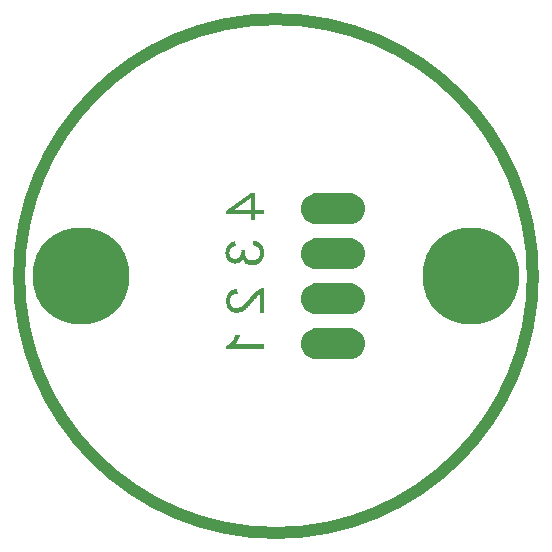
<source format=gbs>
G04*
G04 #@! TF.GenerationSoftware,Altium Limited,Altium Designer,20.1.8 (145)*
G04*
G04 Layer_Color=16711935*
%FSTAX43Y43*%
%MOMM*%
G71*
G04*
G04 #@! TF.SameCoordinates,0318B61A-49BA-4F8C-BAE3-27BA42813BB3*
G04*
G04*
G04 #@! TF.FilePolarity,Negative*
G04*
G01*
G75*
%ADD11C,2.404*%
%ADD12C,8.204*%
%ADD16C,1.000*%
G36*
X0101255Y006801D02*
X0101423D01*
X0101747Y0068097D01*
X0102037Y0068265D01*
X0102275Y0068502D01*
X0102443Y0068793D01*
X0102529Y0069117D01*
Y0069453D01*
X0102443Y0069777D01*
X0102275Y0070068D01*
X0102037Y0070305D01*
X0101747Y0070473D01*
X0101423Y007056D01*
X0101255D01*
D01*
X0098425D01*
X0098257D01*
X0097933Y0070473D01*
X0097642Y0070305D01*
X0097405Y0070068D01*
X0097237Y0069777D01*
X009715Y0069453D01*
Y0069117D01*
X0097237Y0068793D01*
X0097405Y0068502D01*
X0097642Y0068265D01*
X0097933Y0068097D01*
X0098257Y006801D01*
X0098425D01*
D01*
X0101255D01*
D02*
G37*
G36*
Y007182D02*
X0101423D01*
X0101747Y0071907D01*
X0102037Y0072075D01*
X0102275Y0072312D01*
X0102443Y0072603D01*
X0102529Y0072927D01*
Y0073263D01*
X0102443Y0073587D01*
X0102275Y0073878D01*
X0102037Y0074115D01*
X0101747Y0074283D01*
X0101423Y007437D01*
X0101255D01*
D01*
X0098425D01*
X0098257D01*
X0097933Y0074283D01*
X0097642Y0074115D01*
X0097405Y0073878D01*
X0097237Y0073587D01*
X009715Y0073263D01*
Y0072927D01*
X0097237Y0072603D01*
X0097405Y0072312D01*
X0097642Y0072075D01*
X0097933Y0071907D01*
X0098257Y007182D01*
X0098425D01*
D01*
X0101255D01*
D02*
G37*
G36*
Y007563D02*
X0101423D01*
X0101747Y0075717D01*
X0102037Y0075885D01*
X0102275Y0076122D01*
X0102443Y0076413D01*
X0102529Y0076737D01*
Y0077073D01*
X0102443Y0077397D01*
X0102275Y0077688D01*
X0102037Y0077925D01*
X0101747Y0078093D01*
X0101423Y007818D01*
X0101255D01*
D01*
X0098425D01*
X0098257D01*
X0097933Y0078093D01*
X0097642Y0077925D01*
X0097405Y0077688D01*
X0097237Y0077397D01*
X009715Y0077073D01*
Y0076737D01*
X0097237Y0076413D01*
X0097405Y0076122D01*
X0097642Y0075885D01*
X0097933Y0075717D01*
X0098257Y007563D01*
X0098425D01*
D01*
X0101255D01*
D02*
G37*
G36*
Y007944D02*
X0101423D01*
X0101747Y0079527D01*
X0102037Y0079695D01*
X0102275Y0079932D01*
X0102443Y0080223D01*
X0102529Y0080547D01*
Y0080883D01*
X0102443Y0081207D01*
X0102275Y0081498D01*
X0102037Y0081735D01*
X0101747Y0081903D01*
X0101423Y008199D01*
X0101255D01*
D01*
X0098425D01*
X0098257D01*
X0097933Y0081903D01*
X0097642Y0081735D01*
X0097405Y0081498D01*
X0097237Y0081207D01*
X009715Y0080883D01*
Y0080547D01*
X0097237Y0080223D01*
X0097405Y0079932D01*
X0097642Y0079695D01*
X0097933Y0079527D01*
X0098257Y007944D01*
X0098425D01*
D01*
X0101255D01*
D02*
G37*
G36*
X0091941Y0069931D02*
X0091908Y0069861D01*
X0091876Y0069792D01*
X0091843Y0069727D01*
X0091816Y0069671D01*
X0091793Y0069625D01*
X0091774Y0069597D01*
X0091769Y0069593D01*
Y0069588D01*
X0091718Y0069505D01*
X0091668Y0069431D01*
X0091621Y0069366D01*
X009158Y0069315D01*
X0091547Y0069269D01*
X0091519Y0069241D01*
X0091501Y0069218D01*
X0091496Y0069213D01*
X0094D01*
Y006882D01*
X0090784D01*
Y0069074D01*
X0090862Y0069121D01*
X0090936Y0069172D01*
X009101Y0069232D01*
X0091075Y0069287D01*
X0091131Y0069343D01*
X0091177Y0069384D01*
X0091191Y0069403D01*
X0091205Y0069417D01*
X0091209Y0069422D01*
X0091214Y0069426D01*
X0091293Y0069523D01*
X0091367Y0069621D01*
X0091432Y0069713D01*
X0091482Y0069806D01*
X0091529Y0069884D01*
X0091547Y0069917D01*
X0091561Y0069944D01*
X0091575Y0069968D01*
X009158Y0069986D01*
X0091589Y0069995D01*
Y007D01*
X0091968D01*
X0091941Y0069931D01*
D02*
G37*
G36*
X0094Y0071876D02*
X0093621D01*
Y0073454D01*
X0093542Y0073398D01*
X0093509Y0073371D01*
X0093477Y0073347D01*
X0093449Y0073324D01*
X0093431Y0073306D01*
X0093417Y0073292D01*
X0093412Y0073287D01*
X0093389Y0073264D01*
X0093366Y0073236D01*
X0093306Y0073172D01*
X0093236Y0073098D01*
X0093167Y0073019D01*
X0093107Y0072945D01*
X0093079Y0072912D01*
X0093051Y0072885D01*
X0093033Y0072862D01*
X0093019Y0072843D01*
X009301Y0072834D01*
X0093005Y0072829D01*
X009294Y0072755D01*
X009288Y0072681D01*
X009282Y0072616D01*
X0092769Y0072556D01*
X0092718Y0072501D01*
X0092672Y0072454D01*
X009263Y0072408D01*
X0092593Y0072371D01*
X0092556Y0072334D01*
X0092528Y0072306D01*
X0092505Y0072283D01*
X0092482Y007226D01*
X0092454Y0072237D01*
X0092445Y0072228D01*
X0092366Y0072163D01*
X0092297Y0072107D01*
X0092228Y0072061D01*
X0092172Y0072024D01*
X0092121Y0071996D01*
X0092084Y0071978D01*
X0092061Y0071968D01*
X0092052Y0071964D01*
X0091982Y0071936D01*
X0091913Y0071917D01*
X0091848Y0071899D01*
X0091793Y007189D01*
X0091742Y0071885D01*
X0091705Y007188D01*
X0091681D01*
X0091672D01*
X0091603Y0071885D01*
X0091538Y0071894D01*
X0091473Y0071904D01*
X0091418Y0071922D01*
X0091307Y0071968D01*
X0091219Y0072015D01*
X0091177Y0072042D01*
X0091145Y0072066D01*
X0091112Y0072089D01*
X0091089Y0072112D01*
X0091071Y007213D01*
X0091052Y007214D01*
X0091047Y0072149D01*
X0091043Y0072153D01*
X0090997Y0072204D01*
X0090955Y007226D01*
X0090922Y007232D01*
X0090895Y007238D01*
X0090848Y0072501D01*
X0090816Y0072621D01*
X0090807Y0072672D01*
X0090798Y0072723D01*
X0090793Y0072769D01*
X0090788Y0072806D01*
X0090784Y0072838D01*
Y0072885D01*
X0090788Y0072968D01*
X0090793Y0073047D01*
X0090807Y0073121D01*
X0090821Y007319D01*
X0090839Y0073255D01*
X0090858Y0073315D01*
X0090881Y0073371D01*
X0090904Y0073422D01*
X0090927Y0073468D01*
X009095Y0073505D01*
X0090969Y0073537D01*
X0090987Y0073565D01*
X0091001Y0073588D01*
X0091015Y0073602D01*
X009102Y0073611D01*
X0091024Y0073616D01*
X0091071Y0073662D01*
X0091121Y0073704D01*
X0091177Y0073745D01*
X0091233Y0073778D01*
X0091344Y0073833D01*
X0091455Y007387D01*
X0091506Y0073884D01*
X0091556Y0073898D01*
X0091598Y0073907D01*
X0091635Y0073917D01*
X0091668Y0073921D01*
X0091691D01*
X0091705Y0073926D01*
X0091709D01*
X0091751Y0073523D01*
X0091644Y0073514D01*
X0091552Y0073496D01*
X0091469Y0073468D01*
X0091404Y0073435D01*
X0091348Y0073408D01*
X0091311Y007338D01*
X0091288Y0073361D01*
X0091279Y0073352D01*
X0091223Y0073283D01*
X0091182Y0073209D01*
X0091149Y007313D01*
X0091131Y0073061D01*
X0091117Y0072996D01*
X0091112Y007294D01*
X0091108Y0072922D01*
Y0072894D01*
X0091112Y0072797D01*
X0091131Y0072709D01*
X0091158Y0072635D01*
X0091186Y007257D01*
X0091219Y0072519D01*
X0091242Y0072487D01*
X009126Y0072464D01*
X009127Y0072454D01*
X0091334Y0072399D01*
X0091399Y0072357D01*
X0091464Y0072325D01*
X0091529Y0072306D01*
X009158Y0072292D01*
X0091626Y0072288D01*
X0091654Y0072283D01*
X0091658D01*
X0091663D01*
X0091746Y0072292D01*
X0091834Y0072311D01*
X0091913Y0072343D01*
X0091987Y0072376D01*
X0092047Y0072413D01*
X0092098Y0072445D01*
X0092116Y0072454D01*
X009213Y0072464D01*
X0092135Y0072473D01*
X009214D01*
X009219Y007251D01*
X0092241Y0072556D01*
X0092297Y0072607D01*
X0092352Y0072663D01*
X0092464Y0072778D01*
X0092575Y0072894D01*
X0092626Y0072954D01*
X0092672Y0073005D01*
X0092713Y0073056D01*
X009275Y0073098D01*
X0092778Y007313D01*
X0092801Y0073158D01*
X0092815Y0073176D01*
X009282Y0073181D01*
X0092917Y0073297D01*
X009301Y0073403D01*
X0093093Y0073491D01*
X0093162Y007356D01*
X0093223Y0073621D01*
X0093264Y0073662D01*
X0093292Y0073685D01*
X0093297Y0073695D01*
X0093301D01*
X009338Y0073759D01*
X0093454Y007381D01*
X0093528Y0073857D01*
X0093593Y0073894D01*
X0093648Y0073921D01*
X009369Y007394D01*
X0093718Y0073949D01*
X0093722Y0073954D01*
X0093727D01*
X0093778Y0073972D01*
X0093824Y0073981D01*
X009387Y0073991D01*
X0093912Y0073995D01*
X0093949Y0074D01*
X0093977D01*
X0093995D01*
X0094D01*
Y0071876D01*
D02*
G37*
G36*
X0093172Y0077991D02*
X0093241Y0077977D01*
X0093371Y0077935D01*
X0093482Y0077884D01*
X0093528Y0077857D01*
X0093574Y0077829D01*
X0093616Y0077801D01*
X0093648Y0077773D01*
X0093681Y007775D01*
X0093704Y0077727D01*
X0093722Y0077713D01*
X0093736Y0077699D01*
X0093745Y007769D01*
X009375Y0077685D01*
X0093792Y007763D01*
X0093833Y0077574D01*
X0093866Y0077519D01*
X0093894Y0077459D01*
X009394Y0077343D01*
X0093968Y0077232D01*
X0093977Y0077181D01*
X0093986Y0077135D01*
X0093991Y0077093D01*
X0093995Y0077056D01*
X0094Y0077028D01*
Y0076987D01*
X0093995Y0076899D01*
X0093986Y007682D01*
X0093972Y0076741D01*
X0093954Y0076667D01*
X0093931Y0076598D01*
X0093907Y0076538D01*
X009388Y0076477D01*
X0093852Y0076427D01*
X0093829Y0076376D01*
X0093801Y0076334D01*
X0093778Y0076297D01*
X0093755Y0076269D01*
X0093736Y0076246D01*
X0093722Y0076228D01*
X0093713Y0076218D01*
X0093708Y0076214D01*
X0093653Y0076158D01*
X0093593Y0076112D01*
X0093533Y007607D01*
X0093472Y0076033D01*
X0093417Y0076005D01*
X0093357Y0075978D01*
X0093246Y0075941D01*
X0093195Y0075931D01*
X0093148Y0075922D01*
X0093107Y0075913D01*
X009307Y0075908D01*
X0093042Y0075904D01*
X0093019D01*
X0093005D01*
X0093D01*
X0092889Y0075908D01*
X0092787Y0075927D01*
X00927Y0075954D01*
X0092626Y0075982D01*
X0092565Y007601D01*
X0092519Y0076038D01*
X0092491Y0076056D01*
X0092482Y0076061D01*
X0092413Y0076126D01*
X0092352Y0076195D01*
X0092306Y0076269D01*
X0092269Y0076343D01*
X0092241Y0076408D01*
X0092223Y0076459D01*
X0092218Y0076477D01*
X0092214Y0076491D01*
X0092209Y0076501D01*
Y0076505D01*
X0092167Y0076427D01*
X0092126Y0076362D01*
X0092079Y0076306D01*
X0092038Y007626D01*
X0092001Y0076223D01*
X0091968Y0076195D01*
X009195Y0076181D01*
X0091941Y0076177D01*
X0091876Y007614D01*
X0091811Y0076112D01*
X0091746Y0076089D01*
X0091686Y0076075D01*
X0091635Y0076066D01*
X0091598Y0076061D01*
X009157D01*
X0091561D01*
X0091482Y0076066D01*
X0091404Y0076079D01*
X0091334Y0076098D01*
X0091274Y0076121D01*
X0091223Y0076144D01*
X0091182Y0076163D01*
X0091158Y0076177D01*
X0091149Y0076181D01*
X009108Y0076228D01*
X009102Y0076283D01*
X0090969Y0076339D01*
X0090922Y0076394D01*
X009089Y007644D01*
X0090862Y0076482D01*
X0090848Y007651D01*
X0090844Y0076514D01*
Y0076519D01*
X0090807Y0076602D01*
X0090779Y0076686D01*
X0090756Y0076769D01*
X0090742Y0076843D01*
X0090733Y0076903D01*
X0090728Y0076954D01*
Y007707D01*
X0090737Y0077135D01*
X009076Y007726D01*
X0090798Y0077366D01*
X0090835Y0077459D01*
X0090858Y00775D01*
X0090876Y0077533D01*
X0090895Y0077565D01*
X0090913Y0077588D01*
X0090927Y0077607D01*
X0090936Y0077621D01*
X0090941Y007763D01*
X0090946Y0077634D01*
X0091034Y0077722D01*
X0091131Y0077792D01*
X0091233Y0077847D01*
X0091334Y0077894D01*
X0091422Y0077921D01*
X0091459Y0077935D01*
X0091492Y0077944D01*
X0091519Y0077949D01*
X0091538Y0077954D01*
X0091552Y0077958D01*
X0091556D01*
X0091626Y0077565D01*
X0091524Y0077546D01*
X0091436Y0077519D01*
X0091362Y0077486D01*
X0091302Y0077454D01*
X0091256Y0077422D01*
X0091223Y0077394D01*
X00912Y0077375D01*
X0091196Y0077371D01*
X0091149Y007731D01*
X0091112Y0077246D01*
X0091089Y0077185D01*
X0091071Y0077125D01*
X0091061Y007707D01*
X0091052Y0077028D01*
Y0076991D01*
X0091057Y0076908D01*
X0091075Y0076834D01*
X0091098Y0076769D01*
X0091121Y0076713D01*
X0091149Y0076672D01*
X0091172Y0076639D01*
X0091191Y0076616D01*
X0091196Y0076612D01*
X0091251Y0076561D01*
X0091311Y0076524D01*
X0091371Y0076501D01*
X0091427Y0076482D01*
X0091478Y0076473D01*
X0091515Y0076464D01*
X0091543D01*
X0091547D01*
X0091552D01*
X0091603D01*
X0091649Y0076473D01*
X0091728Y0076496D01*
X0091797Y0076528D01*
X0091857Y0076565D01*
X0091899Y0076602D01*
X0091931Y0076635D01*
X009195Y0076658D01*
X0091954Y0076663D01*
Y0076667D01*
X0091996Y0076746D01*
X0092029Y007682D01*
X0092052Y0076899D01*
X0092066Y0076968D01*
X0092075Y0077028D01*
X0092084Y0077079D01*
Y0077139D01*
X0092079Y0077158D01*
Y0077181D01*
X0092427Y0077227D01*
X0092413Y0077167D01*
X0092403Y0077111D01*
X0092394Y0077065D01*
X009239Y0077024D01*
X0092385Y0076991D01*
Y0076949D01*
X0092394Y0076852D01*
X0092413Y0076764D01*
X009244Y0076686D01*
X0092473Y0076621D01*
X0092505Y007657D01*
X0092533Y0076533D01*
X0092551Y007651D01*
X0092561Y0076501D01*
X009263Y007644D01*
X0092704Y0076394D01*
X0092778Y0076362D01*
X0092852Y0076343D01*
X0092912Y0076329D01*
X0092963Y0076325D01*
X0092982Y007632D01*
X0092996D01*
X0093005D01*
X009301D01*
X0093111Y0076329D01*
X0093204Y0076352D01*
X0093283Y007638D01*
X0093352Y0076417D01*
X0093408Y0076454D01*
X0093449Y0076482D01*
X0093477Y0076505D01*
X0093486Y0076514D01*
X0093551Y0076589D01*
X0093597Y0076667D01*
X009363Y0076746D01*
X0093653Y007682D01*
X0093667Y0076885D01*
X0093671Y0076936D01*
X0093676Y0076954D01*
Y0076982D01*
X0093671Y0077065D01*
X0093653Y0077144D01*
X009363Y0077213D01*
X0093602Y0077269D01*
X0093579Y0077315D01*
X0093556Y0077352D01*
X0093537Y0077371D01*
X0093533Y007738D01*
X0093468Y0077435D01*
X0093394Y0077482D01*
X0093315Y0077523D01*
X0093232Y0077556D01*
X0093162Y0077579D01*
X009313Y0077588D01*
X0093102Y0077593D01*
X0093079Y0077597D01*
X0093061Y0077602D01*
X0093051Y0077607D01*
X0093047D01*
X0093098Y0078D01*
X0093172Y0077991D01*
D02*
G37*
G36*
X0093232Y0080607D02*
X0094D01*
Y0080214D01*
X0093232D01*
Y0079779D01*
X0092871D01*
Y0080214D01*
X0090798D01*
Y0080533D01*
X0092871Y0082D01*
X0093232D01*
Y0080607D01*
D02*
G37*
%LPC*%
G36*
X0092871Y0081616D02*
X0091436Y0080607D01*
X0092871D01*
Y0081616D01*
D02*
G37*
%LPD*%
D11*
X00984Y0080715D02*
D03*
Y0076905D02*
D03*
Y0073095D02*
D03*
Y0069285D02*
D03*
D12*
X01115Y0075D02*
D03*
X00785D02*
D03*
D16*
X011675D02*
G03*
X011675Y0075I-002175J0D01*
G01*
M02*

</source>
